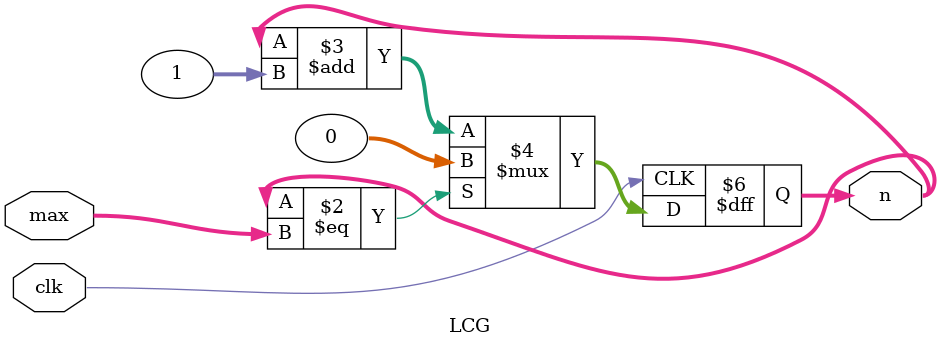
<source format=v>
`timescale 1ns / 1ps

module LCG(input clk, input [31:0]max, output reg[31:0]n);
     initial begin
        n = 0;
     end
     always @(posedge clk) begin 
     //maybe put a button then when pressed it 
     //increments it too LOL so based off users random too
        n <= (n == max) ? 0 : n + 1;
     end 
endmodule
</source>
